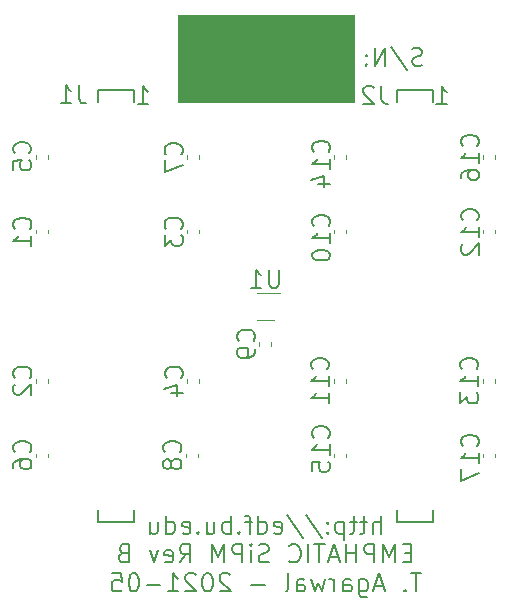
<source format=gbr>
%TF.GenerationSoftware,KiCad,Pcbnew,(5.1.9-0-10_14)*%
%TF.CreationDate,2021-05-13T13:45:13-04:00*%
%TF.ProjectId,SiPM_Board_RevB,5369504d-5f42-46f6-9172-645f52657642,rev?*%
%TF.SameCoordinates,Original*%
%TF.FileFunction,Legend,Bot*%
%TF.FilePolarity,Positive*%
%FSLAX46Y46*%
G04 Gerber Fmt 4.6, Leading zero omitted, Abs format (unit mm)*
G04 Created by KiCad (PCBNEW (5.1.9-0-10_14)) date 2021-05-13 13:45:13*
%MOMM*%
%LPD*%
G01*
G04 APERTURE LIST*
%ADD10C,0.165100*%
%ADD11C,0.100000*%
%ADD12C,0.120000*%
G04 APERTURE END LIST*
D10*
X159760857Y-119238328D02*
X159760857Y-117714328D01*
X159107714Y-119238328D02*
X159107714Y-118440042D01*
X159180285Y-118294900D01*
X159325428Y-118222328D01*
X159543142Y-118222328D01*
X159688285Y-118294900D01*
X159760857Y-118367471D01*
X158599714Y-118222328D02*
X158019142Y-118222328D01*
X158382000Y-117714328D02*
X158382000Y-119020614D01*
X158309428Y-119165757D01*
X158164285Y-119238328D01*
X158019142Y-119238328D01*
X157728857Y-118222328D02*
X157148285Y-118222328D01*
X157511142Y-117714328D02*
X157511142Y-119020614D01*
X157438571Y-119165757D01*
X157293428Y-119238328D01*
X157148285Y-119238328D01*
X156640285Y-118222328D02*
X156640285Y-119746328D01*
X156640285Y-118294900D02*
X156495142Y-118222328D01*
X156204857Y-118222328D01*
X156059714Y-118294900D01*
X155987142Y-118367471D01*
X155914571Y-118512614D01*
X155914571Y-118948042D01*
X155987142Y-119093185D01*
X156059714Y-119165757D01*
X156204857Y-119238328D01*
X156495142Y-119238328D01*
X156640285Y-119165757D01*
X155261428Y-119093185D02*
X155188857Y-119165757D01*
X155261428Y-119238328D01*
X155334000Y-119165757D01*
X155261428Y-119093185D01*
X155261428Y-119238328D01*
X155261428Y-118294900D02*
X155188857Y-118367471D01*
X155261428Y-118440042D01*
X155334000Y-118367471D01*
X155261428Y-118294900D01*
X155261428Y-118440042D01*
X153447142Y-117641757D02*
X154753428Y-119601185D01*
X151850571Y-117641757D02*
X153156857Y-119601185D01*
X150762000Y-119165757D02*
X150907142Y-119238328D01*
X151197428Y-119238328D01*
X151342571Y-119165757D01*
X151415142Y-119020614D01*
X151415142Y-118440042D01*
X151342571Y-118294900D01*
X151197428Y-118222328D01*
X150907142Y-118222328D01*
X150762000Y-118294900D01*
X150689428Y-118440042D01*
X150689428Y-118585185D01*
X151415142Y-118730328D01*
X149383142Y-119238328D02*
X149383142Y-117714328D01*
X149383142Y-119165757D02*
X149528285Y-119238328D01*
X149818571Y-119238328D01*
X149963714Y-119165757D01*
X150036285Y-119093185D01*
X150108857Y-118948042D01*
X150108857Y-118512614D01*
X150036285Y-118367471D01*
X149963714Y-118294900D01*
X149818571Y-118222328D01*
X149528285Y-118222328D01*
X149383142Y-118294900D01*
X148875142Y-118222328D02*
X148294571Y-118222328D01*
X148657428Y-119238328D02*
X148657428Y-117932042D01*
X148584857Y-117786900D01*
X148439714Y-117714328D01*
X148294571Y-117714328D01*
X147786571Y-119093185D02*
X147714000Y-119165757D01*
X147786571Y-119238328D01*
X147859142Y-119165757D01*
X147786571Y-119093185D01*
X147786571Y-119238328D01*
X147060857Y-119238328D02*
X147060857Y-117714328D01*
X147060857Y-118294900D02*
X146915714Y-118222328D01*
X146625428Y-118222328D01*
X146480285Y-118294900D01*
X146407714Y-118367471D01*
X146335142Y-118512614D01*
X146335142Y-118948042D01*
X146407714Y-119093185D01*
X146480285Y-119165757D01*
X146625428Y-119238328D01*
X146915714Y-119238328D01*
X147060857Y-119165757D01*
X145028857Y-118222328D02*
X145028857Y-119238328D01*
X145682000Y-118222328D02*
X145682000Y-119020614D01*
X145609428Y-119165757D01*
X145464285Y-119238328D01*
X145246571Y-119238328D01*
X145101428Y-119165757D01*
X145028857Y-119093185D01*
X144303142Y-119093185D02*
X144230571Y-119165757D01*
X144303142Y-119238328D01*
X144375714Y-119165757D01*
X144303142Y-119093185D01*
X144303142Y-119238328D01*
X142996857Y-119165757D02*
X143142000Y-119238328D01*
X143432285Y-119238328D01*
X143577428Y-119165757D01*
X143650000Y-119020614D01*
X143650000Y-118440042D01*
X143577428Y-118294900D01*
X143432285Y-118222328D01*
X143142000Y-118222328D01*
X142996857Y-118294900D01*
X142924285Y-118440042D01*
X142924285Y-118585185D01*
X143650000Y-118730328D01*
X141618000Y-119238328D02*
X141618000Y-117714328D01*
X141618000Y-119165757D02*
X141763142Y-119238328D01*
X142053428Y-119238328D01*
X142198571Y-119165757D01*
X142271142Y-119093185D01*
X142343714Y-118948042D01*
X142343714Y-118512614D01*
X142271142Y-118367471D01*
X142198571Y-118294900D01*
X142053428Y-118222328D01*
X141763142Y-118222328D01*
X141618000Y-118294900D01*
X140239142Y-118222328D02*
X140239142Y-119238328D01*
X140892285Y-118222328D02*
X140892285Y-119020614D01*
X140819714Y-119165757D01*
X140674571Y-119238328D01*
X140456857Y-119238328D01*
X140311714Y-119165757D01*
X140239142Y-119093185D01*
X162337142Y-120891142D02*
X161829142Y-120891142D01*
X161611428Y-121689428D02*
X162337142Y-121689428D01*
X162337142Y-120165428D01*
X161611428Y-120165428D01*
X160958285Y-121689428D02*
X160958285Y-120165428D01*
X160450285Y-121254000D01*
X159942285Y-120165428D01*
X159942285Y-121689428D01*
X159216571Y-121689428D02*
X159216571Y-120165428D01*
X158636000Y-120165428D01*
X158490857Y-120238000D01*
X158418285Y-120310571D01*
X158345714Y-120455714D01*
X158345714Y-120673428D01*
X158418285Y-120818571D01*
X158490857Y-120891142D01*
X158636000Y-120963714D01*
X159216571Y-120963714D01*
X157692571Y-121689428D02*
X157692571Y-120165428D01*
X157692571Y-120891142D02*
X156821714Y-120891142D01*
X156821714Y-121689428D02*
X156821714Y-120165428D01*
X156168571Y-121254000D02*
X155442857Y-121254000D01*
X156313714Y-121689428D02*
X155805714Y-120165428D01*
X155297714Y-121689428D01*
X155007428Y-120165428D02*
X154136571Y-120165428D01*
X154572000Y-121689428D02*
X154572000Y-120165428D01*
X153628571Y-121689428D02*
X153628571Y-120165428D01*
X152032000Y-121544285D02*
X152104571Y-121616857D01*
X152322285Y-121689428D01*
X152467428Y-121689428D01*
X152685142Y-121616857D01*
X152830285Y-121471714D01*
X152902857Y-121326571D01*
X152975428Y-121036285D01*
X152975428Y-120818571D01*
X152902857Y-120528285D01*
X152830285Y-120383142D01*
X152685142Y-120238000D01*
X152467428Y-120165428D01*
X152322285Y-120165428D01*
X152104571Y-120238000D01*
X152032000Y-120310571D01*
X150290285Y-121616857D02*
X150072571Y-121689428D01*
X149709714Y-121689428D01*
X149564571Y-121616857D01*
X149492000Y-121544285D01*
X149419428Y-121399142D01*
X149419428Y-121254000D01*
X149492000Y-121108857D01*
X149564571Y-121036285D01*
X149709714Y-120963714D01*
X150000000Y-120891142D01*
X150145142Y-120818571D01*
X150217714Y-120746000D01*
X150290285Y-120600857D01*
X150290285Y-120455714D01*
X150217714Y-120310571D01*
X150145142Y-120238000D01*
X150000000Y-120165428D01*
X149637142Y-120165428D01*
X149419428Y-120238000D01*
X148766285Y-121689428D02*
X148766285Y-120673428D01*
X148766285Y-120165428D02*
X148838857Y-120238000D01*
X148766285Y-120310571D01*
X148693714Y-120238000D01*
X148766285Y-120165428D01*
X148766285Y-120310571D01*
X148040571Y-121689428D02*
X148040571Y-120165428D01*
X147460000Y-120165428D01*
X147314857Y-120238000D01*
X147242285Y-120310571D01*
X147169714Y-120455714D01*
X147169714Y-120673428D01*
X147242285Y-120818571D01*
X147314857Y-120891142D01*
X147460000Y-120963714D01*
X148040571Y-120963714D01*
X146516571Y-121689428D02*
X146516571Y-120165428D01*
X146008571Y-121254000D01*
X145500571Y-120165428D01*
X145500571Y-121689428D01*
X142742857Y-121689428D02*
X143250857Y-120963714D01*
X143613714Y-121689428D02*
X143613714Y-120165428D01*
X143033142Y-120165428D01*
X142888000Y-120238000D01*
X142815428Y-120310571D01*
X142742857Y-120455714D01*
X142742857Y-120673428D01*
X142815428Y-120818571D01*
X142888000Y-120891142D01*
X143033142Y-120963714D01*
X143613714Y-120963714D01*
X141509142Y-121616857D02*
X141654285Y-121689428D01*
X141944571Y-121689428D01*
X142089714Y-121616857D01*
X142162285Y-121471714D01*
X142162285Y-120891142D01*
X142089714Y-120746000D01*
X141944571Y-120673428D01*
X141654285Y-120673428D01*
X141509142Y-120746000D01*
X141436571Y-120891142D01*
X141436571Y-121036285D01*
X142162285Y-121181428D01*
X140928571Y-120673428D02*
X140565714Y-121689428D01*
X140202857Y-120673428D01*
X137953142Y-120891142D02*
X137735428Y-120963714D01*
X137662857Y-121036285D01*
X137590285Y-121181428D01*
X137590285Y-121399142D01*
X137662857Y-121544285D01*
X137735428Y-121616857D01*
X137880571Y-121689428D01*
X138461142Y-121689428D01*
X138461142Y-120165428D01*
X137953142Y-120165428D01*
X137808000Y-120238000D01*
X137735428Y-120310571D01*
X137662857Y-120455714D01*
X137662857Y-120600857D01*
X137735428Y-120746000D01*
X137808000Y-120818571D01*
X137953142Y-120891142D01*
X138461142Y-120891142D01*
X163171714Y-122616528D02*
X162300857Y-122616528D01*
X162736285Y-124140528D02*
X162736285Y-122616528D01*
X161792857Y-123995385D02*
X161720285Y-124067957D01*
X161792857Y-124140528D01*
X161865428Y-124067957D01*
X161792857Y-123995385D01*
X161792857Y-124140528D01*
X159978571Y-123705100D02*
X159252857Y-123705100D01*
X160123714Y-124140528D02*
X159615714Y-122616528D01*
X159107714Y-124140528D01*
X157946571Y-123124528D02*
X157946571Y-124358242D01*
X158019142Y-124503385D01*
X158091714Y-124575957D01*
X158236857Y-124648528D01*
X158454571Y-124648528D01*
X158599714Y-124575957D01*
X157946571Y-124067957D02*
X158091714Y-124140528D01*
X158382000Y-124140528D01*
X158527142Y-124067957D01*
X158599714Y-123995385D01*
X158672285Y-123850242D01*
X158672285Y-123414814D01*
X158599714Y-123269671D01*
X158527142Y-123197100D01*
X158382000Y-123124528D01*
X158091714Y-123124528D01*
X157946571Y-123197100D01*
X156567714Y-124140528D02*
X156567714Y-123342242D01*
X156640285Y-123197100D01*
X156785428Y-123124528D01*
X157075714Y-123124528D01*
X157220857Y-123197100D01*
X156567714Y-124067957D02*
X156712857Y-124140528D01*
X157075714Y-124140528D01*
X157220857Y-124067957D01*
X157293428Y-123922814D01*
X157293428Y-123777671D01*
X157220857Y-123632528D01*
X157075714Y-123559957D01*
X156712857Y-123559957D01*
X156567714Y-123487385D01*
X155842000Y-124140528D02*
X155842000Y-123124528D01*
X155842000Y-123414814D02*
X155769428Y-123269671D01*
X155696857Y-123197100D01*
X155551714Y-123124528D01*
X155406571Y-123124528D01*
X155043714Y-123124528D02*
X154753428Y-124140528D01*
X154463142Y-123414814D01*
X154172857Y-124140528D01*
X153882571Y-123124528D01*
X152648857Y-124140528D02*
X152648857Y-123342242D01*
X152721428Y-123197100D01*
X152866571Y-123124528D01*
X153156857Y-123124528D01*
X153302000Y-123197100D01*
X152648857Y-124067957D02*
X152794000Y-124140528D01*
X153156857Y-124140528D01*
X153302000Y-124067957D01*
X153374571Y-123922814D01*
X153374571Y-123777671D01*
X153302000Y-123632528D01*
X153156857Y-123559957D01*
X152794000Y-123559957D01*
X152648857Y-123487385D01*
X151705428Y-124140528D02*
X151850571Y-124067957D01*
X151923142Y-123922814D01*
X151923142Y-122616528D01*
X149963714Y-123559957D02*
X148802571Y-123559957D01*
X146988285Y-122761671D02*
X146915714Y-122689100D01*
X146770571Y-122616528D01*
X146407714Y-122616528D01*
X146262571Y-122689100D01*
X146190000Y-122761671D01*
X146117428Y-122906814D01*
X146117428Y-123051957D01*
X146190000Y-123269671D01*
X147060857Y-124140528D01*
X146117428Y-124140528D01*
X145174000Y-122616528D02*
X145028857Y-122616528D01*
X144883714Y-122689100D01*
X144811142Y-122761671D01*
X144738571Y-122906814D01*
X144666000Y-123197100D01*
X144666000Y-123559957D01*
X144738571Y-123850242D01*
X144811142Y-123995385D01*
X144883714Y-124067957D01*
X145028857Y-124140528D01*
X145174000Y-124140528D01*
X145319142Y-124067957D01*
X145391714Y-123995385D01*
X145464285Y-123850242D01*
X145536857Y-123559957D01*
X145536857Y-123197100D01*
X145464285Y-122906814D01*
X145391714Y-122761671D01*
X145319142Y-122689100D01*
X145174000Y-122616528D01*
X144085428Y-122761671D02*
X144012857Y-122689100D01*
X143867714Y-122616528D01*
X143504857Y-122616528D01*
X143359714Y-122689100D01*
X143287142Y-122761671D01*
X143214571Y-122906814D01*
X143214571Y-123051957D01*
X143287142Y-123269671D01*
X144158000Y-124140528D01*
X143214571Y-124140528D01*
X141763142Y-124140528D02*
X142634000Y-124140528D01*
X142198571Y-124140528D02*
X142198571Y-122616528D01*
X142343714Y-122834242D01*
X142488857Y-122979385D01*
X142634000Y-123051957D01*
X141110000Y-123559957D02*
X139948857Y-123559957D01*
X138932857Y-122616528D02*
X138787714Y-122616528D01*
X138642571Y-122689100D01*
X138570000Y-122761671D01*
X138497428Y-122906814D01*
X138424857Y-123197100D01*
X138424857Y-123559957D01*
X138497428Y-123850242D01*
X138570000Y-123995385D01*
X138642571Y-124067957D01*
X138787714Y-124140528D01*
X138932857Y-124140528D01*
X139078000Y-124067957D01*
X139150571Y-123995385D01*
X139223142Y-123850242D01*
X139295714Y-123559957D01*
X139295714Y-123197100D01*
X139223142Y-122906814D01*
X139150571Y-122761671D01*
X139078000Y-122689100D01*
X138932857Y-122616528D01*
X137046000Y-122616528D02*
X137771714Y-122616528D01*
X137844285Y-123342242D01*
X137771714Y-123269671D01*
X137626571Y-123197100D01*
X137263714Y-123197100D01*
X137118571Y-123269671D01*
X137046000Y-123342242D01*
X136973428Y-123487385D01*
X136973428Y-123850242D01*
X137046000Y-123995385D01*
X137118571Y-124067957D01*
X137263714Y-124140528D01*
X137626571Y-124140528D01*
X137771714Y-124067957D01*
X137844285Y-123995385D01*
D11*
G36*
X157500000Y-82700000D02*
G01*
X142600000Y-82700000D01*
X142600000Y-75300000D01*
X157500000Y-75300000D01*
X157500000Y-82700000D01*
G37*
X157500000Y-82700000D02*
X142600000Y-82700000D01*
X142600000Y-75300000D01*
X157500000Y-75300000D01*
X157500000Y-82700000D01*
D10*
X163264857Y-79566857D02*
X163047142Y-79639428D01*
X162684285Y-79639428D01*
X162539142Y-79566857D01*
X162466571Y-79494285D01*
X162394000Y-79349142D01*
X162394000Y-79204000D01*
X162466571Y-79058857D01*
X162539142Y-78986285D01*
X162684285Y-78913714D01*
X162974571Y-78841142D01*
X163119714Y-78768571D01*
X163192285Y-78696000D01*
X163264857Y-78550857D01*
X163264857Y-78405714D01*
X163192285Y-78260571D01*
X163119714Y-78188000D01*
X162974571Y-78115428D01*
X162611714Y-78115428D01*
X162394000Y-78188000D01*
X160652285Y-78042857D02*
X161958571Y-80002285D01*
X160144285Y-79639428D02*
X160144285Y-78115428D01*
X159273428Y-79639428D01*
X159273428Y-78115428D01*
X158547714Y-79494285D02*
X158475142Y-79566857D01*
X158547714Y-79639428D01*
X158620285Y-79566857D01*
X158547714Y-79494285D01*
X158547714Y-79639428D01*
X158547714Y-78696000D02*
X158475142Y-78768571D01*
X158547714Y-78841142D01*
X158620285Y-78768571D01*
X158547714Y-78696000D01*
X158547714Y-78841142D01*
%TO.C,J2*%
X164154000Y-118288000D02*
X161106000Y-118288000D01*
X161106000Y-118288000D02*
X161106000Y-117272000D01*
X164154000Y-117272000D02*
X164154000Y-118288000D01*
X164154000Y-81712000D02*
X164154000Y-82728000D01*
X161106000Y-81712000D02*
X164154000Y-81712000D01*
X161106000Y-82728000D02*
X161106000Y-81712000D01*
D12*
%TO.C,U1*%
X150700000Y-101160000D02*
X149300000Y-101160000D01*
X149300000Y-98840000D02*
X151200000Y-98840000D01*
D10*
%TO.C,J1*%
X135846000Y-82728000D02*
X135846000Y-81712000D01*
X135846000Y-81712000D02*
X138894000Y-81712000D01*
X138894000Y-81712000D02*
X138894000Y-82728000D01*
X138894000Y-117272000D02*
X138894000Y-118288000D01*
X135846000Y-118288000D02*
X135846000Y-117272000D01*
X138894000Y-118288000D02*
X135846000Y-118288000D01*
D12*
%TO.C,C15*%
X156820000Y-112483733D02*
X156820000Y-112776267D01*
X155800000Y-112483733D02*
X155800000Y-112776267D01*
%TO.C,C9*%
X149490000Y-103033733D02*
X149490000Y-103326267D01*
X150510000Y-103033733D02*
X150510000Y-103326267D01*
%TO.C,C5*%
X130550000Y-87223733D02*
X130550000Y-87516267D01*
X131570000Y-87223733D02*
X131570000Y-87516267D01*
%TO.C,C7*%
X144380000Y-87223733D02*
X144380000Y-87516267D01*
X143360000Y-87223733D02*
X143360000Y-87516267D01*
%TO.C,C6*%
X130550000Y-112483733D02*
X130550000Y-112776267D01*
X131570000Y-112483733D02*
X131570000Y-112776267D01*
%TO.C,C8*%
X144330000Y-112483733D02*
X144330000Y-112776267D01*
X143310000Y-112483733D02*
X143310000Y-112776267D01*
%TO.C,C14*%
X155800000Y-87223733D02*
X155800000Y-87516267D01*
X156820000Y-87223733D02*
X156820000Y-87516267D01*
%TO.C,C16*%
X169450000Y-87223733D02*
X169450000Y-87516267D01*
X168430000Y-87223733D02*
X168430000Y-87516267D01*
%TO.C,C17*%
X168430000Y-112483733D02*
X168430000Y-112776267D01*
X169450000Y-112483733D02*
X169450000Y-112776267D01*
%TO.C,C1*%
X131570000Y-93543733D02*
X131570000Y-93836267D01*
X130550000Y-93543733D02*
X130550000Y-93836267D01*
%TO.C,C3*%
X143360000Y-93543733D02*
X143360000Y-93836267D01*
X144380000Y-93543733D02*
X144380000Y-93836267D01*
%TO.C,C2*%
X131570000Y-106163733D02*
X131570000Y-106456267D01*
X130550000Y-106163733D02*
X130550000Y-106456267D01*
%TO.C,C4*%
X143360000Y-106163733D02*
X143360000Y-106456267D01*
X144380000Y-106163733D02*
X144380000Y-106456267D01*
%TO.C,C10*%
X156820000Y-93543733D02*
X156820000Y-93836267D01*
X155800000Y-93543733D02*
X155800000Y-93836267D01*
%TO.C,C12*%
X168430000Y-93543733D02*
X168430000Y-93836267D01*
X169450000Y-93543733D02*
X169450000Y-93836267D01*
%TO.C,C11*%
X156820000Y-106163733D02*
X156820000Y-106456267D01*
X155800000Y-106163733D02*
X155800000Y-106456267D01*
%TO.C,C13*%
X168430000Y-106163733D02*
X168430000Y-106456267D01*
X169450000Y-106163733D02*
X169450000Y-106456267D01*
%TO.C,J2*%
D10*
X159808000Y-81345428D02*
X159808000Y-82434000D01*
X159880571Y-82651714D01*
X160025714Y-82796857D01*
X160243428Y-82869428D01*
X160388571Y-82869428D01*
X159154857Y-81490571D02*
X159082285Y-81418000D01*
X158937142Y-81345428D01*
X158574285Y-81345428D01*
X158429142Y-81418000D01*
X158356571Y-81490571D01*
X158284000Y-81635714D01*
X158284000Y-81780857D01*
X158356571Y-81998571D01*
X159227428Y-82869428D01*
X158284000Y-82869428D01*
X164480571Y-82909428D02*
X165351428Y-82909428D01*
X164916000Y-82909428D02*
X164916000Y-81385428D01*
X165061142Y-81603142D01*
X165206285Y-81748285D01*
X165351428Y-81820857D01*
%TO.C,U1*%
X151161142Y-96915428D02*
X151161142Y-98149142D01*
X151088571Y-98294285D01*
X151016000Y-98366857D01*
X150870857Y-98439428D01*
X150580571Y-98439428D01*
X150435428Y-98366857D01*
X150362857Y-98294285D01*
X150290285Y-98149142D01*
X150290285Y-96915428D01*
X148766285Y-98439428D02*
X149637142Y-98439428D01*
X149201714Y-98439428D02*
X149201714Y-96915428D01*
X149346857Y-97133142D01*
X149492000Y-97278285D01*
X149637142Y-97350857D01*
%TO.C,J1*%
X134208000Y-81305428D02*
X134208000Y-82394000D01*
X134280571Y-82611714D01*
X134425714Y-82756857D01*
X134643428Y-82829428D01*
X134788571Y-82829428D01*
X132684000Y-82829428D02*
X133554857Y-82829428D01*
X133119428Y-82829428D02*
X133119428Y-81305428D01*
X133264571Y-81523142D01*
X133409714Y-81668285D01*
X133554857Y-81740857D01*
X139220571Y-82909428D02*
X140091428Y-82909428D01*
X139656000Y-82909428D02*
X139656000Y-81385428D01*
X139801142Y-81603142D01*
X139946285Y-81748285D01*
X140091428Y-81820857D01*
%TO.C,C15*%
X155314285Y-111120285D02*
X155386857Y-111047714D01*
X155459428Y-110830000D01*
X155459428Y-110684857D01*
X155386857Y-110467142D01*
X155241714Y-110322000D01*
X155096571Y-110249428D01*
X154806285Y-110176857D01*
X154588571Y-110176857D01*
X154298285Y-110249428D01*
X154153142Y-110322000D01*
X154008000Y-110467142D01*
X153935428Y-110684857D01*
X153935428Y-110830000D01*
X154008000Y-111047714D01*
X154080571Y-111120285D01*
X155459428Y-112571714D02*
X155459428Y-111700857D01*
X155459428Y-112136285D02*
X153935428Y-112136285D01*
X154153142Y-111991142D01*
X154298285Y-111846000D01*
X154370857Y-111700857D01*
X153935428Y-113950571D02*
X153935428Y-113224857D01*
X154661142Y-113152285D01*
X154588571Y-113224857D01*
X154516000Y-113370000D01*
X154516000Y-113732857D01*
X154588571Y-113878000D01*
X154661142Y-113950571D01*
X154806285Y-114023142D01*
X155169142Y-114023142D01*
X155314285Y-113950571D01*
X155386857Y-113878000D01*
X155459428Y-113732857D01*
X155459428Y-113370000D01*
X155386857Y-113224857D01*
X155314285Y-113152285D01*
%TO.C,C9*%
X148994285Y-102916000D02*
X149066857Y-102843428D01*
X149139428Y-102625714D01*
X149139428Y-102480571D01*
X149066857Y-102262857D01*
X148921714Y-102117714D01*
X148776571Y-102045142D01*
X148486285Y-101972571D01*
X148268571Y-101972571D01*
X147978285Y-102045142D01*
X147833142Y-102117714D01*
X147688000Y-102262857D01*
X147615428Y-102480571D01*
X147615428Y-102625714D01*
X147688000Y-102843428D01*
X147760571Y-102916000D01*
X149139428Y-103641714D02*
X149139428Y-103932000D01*
X149066857Y-104077142D01*
X148994285Y-104149714D01*
X148776571Y-104294857D01*
X148486285Y-104367428D01*
X147905714Y-104367428D01*
X147760571Y-104294857D01*
X147688000Y-104222285D01*
X147615428Y-104077142D01*
X147615428Y-103786857D01*
X147688000Y-103641714D01*
X147760571Y-103569142D01*
X147905714Y-103496571D01*
X148268571Y-103496571D01*
X148413714Y-103569142D01*
X148486285Y-103641714D01*
X148558857Y-103786857D01*
X148558857Y-104077142D01*
X148486285Y-104222285D01*
X148413714Y-104294857D01*
X148268571Y-104367428D01*
%TO.C,C5*%
X130014285Y-87046000D02*
X130086857Y-86973428D01*
X130159428Y-86755714D01*
X130159428Y-86610571D01*
X130086857Y-86392857D01*
X129941714Y-86247714D01*
X129796571Y-86175142D01*
X129506285Y-86102571D01*
X129288571Y-86102571D01*
X128998285Y-86175142D01*
X128853142Y-86247714D01*
X128708000Y-86392857D01*
X128635428Y-86610571D01*
X128635428Y-86755714D01*
X128708000Y-86973428D01*
X128780571Y-87046000D01*
X128635428Y-88424857D02*
X128635428Y-87699142D01*
X129361142Y-87626571D01*
X129288571Y-87699142D01*
X129216000Y-87844285D01*
X129216000Y-88207142D01*
X129288571Y-88352285D01*
X129361142Y-88424857D01*
X129506285Y-88497428D01*
X129869142Y-88497428D01*
X130014285Y-88424857D01*
X130086857Y-88352285D01*
X130159428Y-88207142D01*
X130159428Y-87844285D01*
X130086857Y-87699142D01*
X130014285Y-87626571D01*
%TO.C,C7*%
X142844285Y-87146000D02*
X142916857Y-87073428D01*
X142989428Y-86855714D01*
X142989428Y-86710571D01*
X142916857Y-86492857D01*
X142771714Y-86347714D01*
X142626571Y-86275142D01*
X142336285Y-86202571D01*
X142118571Y-86202571D01*
X141828285Y-86275142D01*
X141683142Y-86347714D01*
X141538000Y-86492857D01*
X141465428Y-86710571D01*
X141465428Y-86855714D01*
X141538000Y-87073428D01*
X141610571Y-87146000D01*
X141465428Y-87654000D02*
X141465428Y-88670000D01*
X142989428Y-88016857D01*
%TO.C,C6*%
X130044285Y-112346000D02*
X130116857Y-112273428D01*
X130189428Y-112055714D01*
X130189428Y-111910571D01*
X130116857Y-111692857D01*
X129971714Y-111547714D01*
X129826571Y-111475142D01*
X129536285Y-111402571D01*
X129318571Y-111402571D01*
X129028285Y-111475142D01*
X128883142Y-111547714D01*
X128738000Y-111692857D01*
X128665428Y-111910571D01*
X128665428Y-112055714D01*
X128738000Y-112273428D01*
X128810571Y-112346000D01*
X128665428Y-113652285D02*
X128665428Y-113362000D01*
X128738000Y-113216857D01*
X128810571Y-113144285D01*
X129028285Y-112999142D01*
X129318571Y-112926571D01*
X129899142Y-112926571D01*
X130044285Y-112999142D01*
X130116857Y-113071714D01*
X130189428Y-113216857D01*
X130189428Y-113507142D01*
X130116857Y-113652285D01*
X130044285Y-113724857D01*
X129899142Y-113797428D01*
X129536285Y-113797428D01*
X129391142Y-113724857D01*
X129318571Y-113652285D01*
X129246000Y-113507142D01*
X129246000Y-113216857D01*
X129318571Y-113071714D01*
X129391142Y-112999142D01*
X129536285Y-112926571D01*
%TO.C,C8*%
X142744285Y-112346000D02*
X142816857Y-112273428D01*
X142889428Y-112055714D01*
X142889428Y-111910571D01*
X142816857Y-111692857D01*
X142671714Y-111547714D01*
X142526571Y-111475142D01*
X142236285Y-111402571D01*
X142018571Y-111402571D01*
X141728285Y-111475142D01*
X141583142Y-111547714D01*
X141438000Y-111692857D01*
X141365428Y-111910571D01*
X141365428Y-112055714D01*
X141438000Y-112273428D01*
X141510571Y-112346000D01*
X142018571Y-113216857D02*
X141946000Y-113071714D01*
X141873428Y-112999142D01*
X141728285Y-112926571D01*
X141655714Y-112926571D01*
X141510571Y-112999142D01*
X141438000Y-113071714D01*
X141365428Y-113216857D01*
X141365428Y-113507142D01*
X141438000Y-113652285D01*
X141510571Y-113724857D01*
X141655714Y-113797428D01*
X141728285Y-113797428D01*
X141873428Y-113724857D01*
X141946000Y-113652285D01*
X142018571Y-113507142D01*
X142018571Y-113216857D01*
X142091142Y-113071714D01*
X142163714Y-112999142D01*
X142308857Y-112926571D01*
X142599142Y-112926571D01*
X142744285Y-112999142D01*
X142816857Y-113071714D01*
X142889428Y-113216857D01*
X142889428Y-113507142D01*
X142816857Y-113652285D01*
X142744285Y-113724857D01*
X142599142Y-113797428D01*
X142308857Y-113797428D01*
X142163714Y-113724857D01*
X142091142Y-113652285D01*
X142018571Y-113507142D01*
%TO.C,C14*%
X155344285Y-86920285D02*
X155416857Y-86847714D01*
X155489428Y-86630000D01*
X155489428Y-86484857D01*
X155416857Y-86267142D01*
X155271714Y-86122000D01*
X155126571Y-86049428D01*
X154836285Y-85976857D01*
X154618571Y-85976857D01*
X154328285Y-86049428D01*
X154183142Y-86122000D01*
X154038000Y-86267142D01*
X153965428Y-86484857D01*
X153965428Y-86630000D01*
X154038000Y-86847714D01*
X154110571Y-86920285D01*
X155489428Y-88371714D02*
X155489428Y-87500857D01*
X155489428Y-87936285D02*
X153965428Y-87936285D01*
X154183142Y-87791142D01*
X154328285Y-87646000D01*
X154400857Y-87500857D01*
X154473428Y-89678000D02*
X155489428Y-89678000D01*
X153892857Y-89315142D02*
X154981428Y-88952285D01*
X154981428Y-89895714D01*
%TO.C,C16*%
X167944285Y-86420285D02*
X168016857Y-86347714D01*
X168089428Y-86130000D01*
X168089428Y-85984857D01*
X168016857Y-85767142D01*
X167871714Y-85622000D01*
X167726571Y-85549428D01*
X167436285Y-85476857D01*
X167218571Y-85476857D01*
X166928285Y-85549428D01*
X166783142Y-85622000D01*
X166638000Y-85767142D01*
X166565428Y-85984857D01*
X166565428Y-86130000D01*
X166638000Y-86347714D01*
X166710571Y-86420285D01*
X168089428Y-87871714D02*
X168089428Y-87000857D01*
X168089428Y-87436285D02*
X166565428Y-87436285D01*
X166783142Y-87291142D01*
X166928285Y-87146000D01*
X167000857Y-87000857D01*
X166565428Y-89178000D02*
X166565428Y-88887714D01*
X166638000Y-88742571D01*
X166710571Y-88670000D01*
X166928285Y-88524857D01*
X167218571Y-88452285D01*
X167799142Y-88452285D01*
X167944285Y-88524857D01*
X168016857Y-88597428D01*
X168089428Y-88742571D01*
X168089428Y-89032857D01*
X168016857Y-89178000D01*
X167944285Y-89250571D01*
X167799142Y-89323142D01*
X167436285Y-89323142D01*
X167291142Y-89250571D01*
X167218571Y-89178000D01*
X167146000Y-89032857D01*
X167146000Y-88742571D01*
X167218571Y-88597428D01*
X167291142Y-88524857D01*
X167436285Y-88452285D01*
%TO.C,C17*%
X167944285Y-111820285D02*
X168016857Y-111747714D01*
X168089428Y-111530000D01*
X168089428Y-111384857D01*
X168016857Y-111167142D01*
X167871714Y-111022000D01*
X167726571Y-110949428D01*
X167436285Y-110876857D01*
X167218571Y-110876857D01*
X166928285Y-110949428D01*
X166783142Y-111022000D01*
X166638000Y-111167142D01*
X166565428Y-111384857D01*
X166565428Y-111530000D01*
X166638000Y-111747714D01*
X166710571Y-111820285D01*
X168089428Y-113271714D02*
X168089428Y-112400857D01*
X168089428Y-112836285D02*
X166565428Y-112836285D01*
X166783142Y-112691142D01*
X166928285Y-112546000D01*
X167000857Y-112400857D01*
X166565428Y-113779714D02*
X166565428Y-114795714D01*
X168089428Y-114142571D01*
%TO.C,C1*%
X130044285Y-93446000D02*
X130116857Y-93373428D01*
X130189428Y-93155714D01*
X130189428Y-93010571D01*
X130116857Y-92792857D01*
X129971714Y-92647714D01*
X129826571Y-92575142D01*
X129536285Y-92502571D01*
X129318571Y-92502571D01*
X129028285Y-92575142D01*
X128883142Y-92647714D01*
X128738000Y-92792857D01*
X128665428Y-93010571D01*
X128665428Y-93155714D01*
X128738000Y-93373428D01*
X128810571Y-93446000D01*
X130189428Y-94897428D02*
X130189428Y-94026571D01*
X130189428Y-94462000D02*
X128665428Y-94462000D01*
X128883142Y-94316857D01*
X129028285Y-94171714D01*
X129100857Y-94026571D01*
%TO.C,C3*%
X142844285Y-93436000D02*
X142916857Y-93363428D01*
X142989428Y-93145714D01*
X142989428Y-93000571D01*
X142916857Y-92782857D01*
X142771714Y-92637714D01*
X142626571Y-92565142D01*
X142336285Y-92492571D01*
X142118571Y-92492571D01*
X141828285Y-92565142D01*
X141683142Y-92637714D01*
X141538000Y-92782857D01*
X141465428Y-93000571D01*
X141465428Y-93145714D01*
X141538000Y-93363428D01*
X141610571Y-93436000D01*
X141465428Y-93944000D02*
X141465428Y-94887428D01*
X142046000Y-94379428D01*
X142046000Y-94597142D01*
X142118571Y-94742285D01*
X142191142Y-94814857D01*
X142336285Y-94887428D01*
X142699142Y-94887428D01*
X142844285Y-94814857D01*
X142916857Y-94742285D01*
X142989428Y-94597142D01*
X142989428Y-94161714D01*
X142916857Y-94016571D01*
X142844285Y-93944000D01*
%TO.C,C2*%
X130044285Y-106046000D02*
X130116857Y-105973428D01*
X130189428Y-105755714D01*
X130189428Y-105610571D01*
X130116857Y-105392857D01*
X129971714Y-105247714D01*
X129826571Y-105175142D01*
X129536285Y-105102571D01*
X129318571Y-105102571D01*
X129028285Y-105175142D01*
X128883142Y-105247714D01*
X128738000Y-105392857D01*
X128665428Y-105610571D01*
X128665428Y-105755714D01*
X128738000Y-105973428D01*
X128810571Y-106046000D01*
X128810571Y-106626571D02*
X128738000Y-106699142D01*
X128665428Y-106844285D01*
X128665428Y-107207142D01*
X128738000Y-107352285D01*
X128810571Y-107424857D01*
X128955714Y-107497428D01*
X129100857Y-107497428D01*
X129318571Y-107424857D01*
X130189428Y-106554000D01*
X130189428Y-107497428D01*
%TO.C,C4*%
X142874285Y-106046000D02*
X142946857Y-105973428D01*
X143019428Y-105755714D01*
X143019428Y-105610571D01*
X142946857Y-105392857D01*
X142801714Y-105247714D01*
X142656571Y-105175142D01*
X142366285Y-105102571D01*
X142148571Y-105102571D01*
X141858285Y-105175142D01*
X141713142Y-105247714D01*
X141568000Y-105392857D01*
X141495428Y-105610571D01*
X141495428Y-105755714D01*
X141568000Y-105973428D01*
X141640571Y-106046000D01*
X142003428Y-107352285D02*
X143019428Y-107352285D01*
X141422857Y-106989428D02*
X142511428Y-106626571D01*
X142511428Y-107570000D01*
%TO.C,C10*%
X155344285Y-93220285D02*
X155416857Y-93147714D01*
X155489428Y-92930000D01*
X155489428Y-92784857D01*
X155416857Y-92567142D01*
X155271714Y-92422000D01*
X155126571Y-92349428D01*
X154836285Y-92276857D01*
X154618571Y-92276857D01*
X154328285Y-92349428D01*
X154183142Y-92422000D01*
X154038000Y-92567142D01*
X153965428Y-92784857D01*
X153965428Y-92930000D01*
X154038000Y-93147714D01*
X154110571Y-93220285D01*
X155489428Y-94671714D02*
X155489428Y-93800857D01*
X155489428Y-94236285D02*
X153965428Y-94236285D01*
X154183142Y-94091142D01*
X154328285Y-93946000D01*
X154400857Y-93800857D01*
X153965428Y-95615142D02*
X153965428Y-95760285D01*
X154038000Y-95905428D01*
X154110571Y-95978000D01*
X154255714Y-96050571D01*
X154546000Y-96123142D01*
X154908857Y-96123142D01*
X155199142Y-96050571D01*
X155344285Y-95978000D01*
X155416857Y-95905428D01*
X155489428Y-95760285D01*
X155489428Y-95615142D01*
X155416857Y-95470000D01*
X155344285Y-95397428D01*
X155199142Y-95324857D01*
X154908857Y-95252285D01*
X154546000Y-95252285D01*
X154255714Y-95324857D01*
X154110571Y-95397428D01*
X154038000Y-95470000D01*
X153965428Y-95615142D01*
%TO.C,C12*%
X167944285Y-92720285D02*
X168016857Y-92647714D01*
X168089428Y-92430000D01*
X168089428Y-92284857D01*
X168016857Y-92067142D01*
X167871714Y-91922000D01*
X167726571Y-91849428D01*
X167436285Y-91776857D01*
X167218571Y-91776857D01*
X166928285Y-91849428D01*
X166783142Y-91922000D01*
X166638000Y-92067142D01*
X166565428Y-92284857D01*
X166565428Y-92430000D01*
X166638000Y-92647714D01*
X166710571Y-92720285D01*
X168089428Y-94171714D02*
X168089428Y-93300857D01*
X168089428Y-93736285D02*
X166565428Y-93736285D01*
X166783142Y-93591142D01*
X166928285Y-93446000D01*
X167000857Y-93300857D01*
X166710571Y-94752285D02*
X166638000Y-94824857D01*
X166565428Y-94970000D01*
X166565428Y-95332857D01*
X166638000Y-95478000D01*
X166710571Y-95550571D01*
X166855714Y-95623142D01*
X167000857Y-95623142D01*
X167218571Y-95550571D01*
X168089428Y-94679714D01*
X168089428Y-95623142D01*
%TO.C,C11*%
X155244285Y-105320285D02*
X155316857Y-105247714D01*
X155389428Y-105030000D01*
X155389428Y-104884857D01*
X155316857Y-104667142D01*
X155171714Y-104522000D01*
X155026571Y-104449428D01*
X154736285Y-104376857D01*
X154518571Y-104376857D01*
X154228285Y-104449428D01*
X154083142Y-104522000D01*
X153938000Y-104667142D01*
X153865428Y-104884857D01*
X153865428Y-105030000D01*
X153938000Y-105247714D01*
X154010571Y-105320285D01*
X155389428Y-106771714D02*
X155389428Y-105900857D01*
X155389428Y-106336285D02*
X153865428Y-106336285D01*
X154083142Y-106191142D01*
X154228285Y-106046000D01*
X154300857Y-105900857D01*
X155389428Y-108223142D02*
X155389428Y-107352285D01*
X155389428Y-107787714D02*
X153865428Y-107787714D01*
X154083142Y-107642571D01*
X154228285Y-107497428D01*
X154300857Y-107352285D01*
%TO.C,C13*%
X167874285Y-105320285D02*
X167946857Y-105247714D01*
X168019428Y-105030000D01*
X168019428Y-104884857D01*
X167946857Y-104667142D01*
X167801714Y-104522000D01*
X167656571Y-104449428D01*
X167366285Y-104376857D01*
X167148571Y-104376857D01*
X166858285Y-104449428D01*
X166713142Y-104522000D01*
X166568000Y-104667142D01*
X166495428Y-104884857D01*
X166495428Y-105030000D01*
X166568000Y-105247714D01*
X166640571Y-105320285D01*
X168019428Y-106771714D02*
X168019428Y-105900857D01*
X168019428Y-106336285D02*
X166495428Y-106336285D01*
X166713142Y-106191142D01*
X166858285Y-106046000D01*
X166930857Y-105900857D01*
X166495428Y-107279714D02*
X166495428Y-108223142D01*
X167076000Y-107715142D01*
X167076000Y-107932857D01*
X167148571Y-108078000D01*
X167221142Y-108150571D01*
X167366285Y-108223142D01*
X167729142Y-108223142D01*
X167874285Y-108150571D01*
X167946857Y-108078000D01*
X168019428Y-107932857D01*
X168019428Y-107497428D01*
X167946857Y-107352285D01*
X167874285Y-107279714D01*
%TD*%
M02*

</source>
